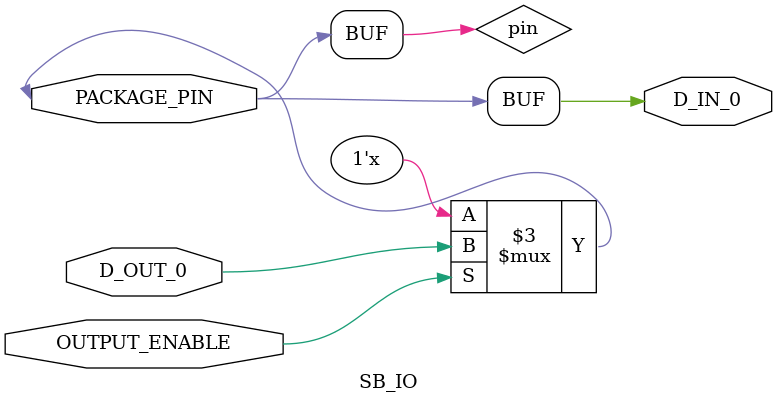
<source format=v>

module SB_IO (
	inout PACKAGE_PIN,
	input OUTPUT_ENABLE,
	input D_OUT_0,
	output D_IN_0
);

parameter [6:0] PIN_TYPE =  'h0;
parameter PULLUP = 0;

reg pin;

always @(*) begin
	if (OUTPUT_ENABLE) begin
		pin = D_OUT_0;
	end else begin
		pin = 'hz;
	end
end

assign PACKAGE_PIN = pin;
assign 	D_IN_0 = PACKAGE_PIN;

endmodule

</source>
